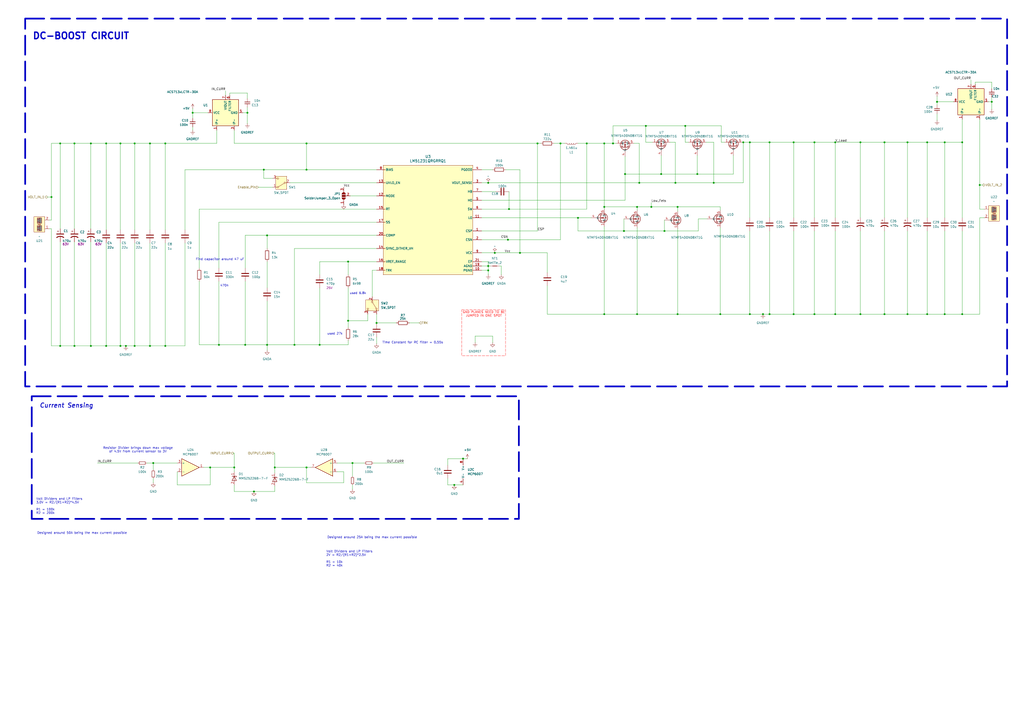
<source format=kicad_sch>
(kicad_sch (version 20250114) (generator "eeschema") (generator_version "9.0")
  (paper "A2")
  (title_block (title "Boost Converter") (rev "V3") (company "EcoCar") (comment 1 "Designed by:  Zeeshan Haque"))
  (rectangle (start 267.843 179.705) (end 293.243 206.375) (stroke (width 0) (type dash) (color 255 0 0 1)))
  (rectangle (start 18.415 229.87) (end 300.99 300.99) (stroke (width 1) (type dash)))
  (rectangle (start 14.605 10.795) (end 584.2 224.155) (stroke (width 1) (type dash)))
  (text "used 27k\n" (at 194.31 193.675 0) (effects (font (size 1.27 1.27))))
  (text "DC-BOOST CIRCUIT\n" (at 46.99 20.955 0) (effects (font (size 3.81 3.81) (thickness 0.762) (bold yes))))
  (text "Resistor Divider brings down max voltage\nof 4.5V from current sensor to 3V" (at 80.01 260.985 0) (effects (font (size 1.27 1.27))))
  (text "470n\n" (at 130.175 165.735 0) (effects (font (size 1.27 1.27))))
  (text "used 6.8k\n" (at 207.645 170.18 0) (effects (font (size 1.27 1.27))))
  (text "Volt Dividers and LP Filters\n3.0V = R2/(R1+R2)*4.5V\n\nR1 = 100k\nR2 = 200k\n" (at 20.955 298.45 0) (effects (font (size 1.27 1.27)) (justify left bottom)))
  (text "Time Constant for RC filter = 0.55s" (at 239.395 198.755 0) (effects (font (size 1.27 1.27))))
  (text "Volt Dividers and LP Filters\n2V = R2/(R1+R2)*2.5V\n\nR1 = 10k\nR2 = 40k\n" (at 189.23 328.93 0) (effects (font (size 1.27 1.27)) (justify left bottom)))
  (text "Current Sensing\n" (at 22.86 236.855 0) (effects (font (size 2.5588 2.5588) (thickness 0.4) (bold yes) (italic yes)) (justify left bottom)))
  (text "GND PLANES NEED TO BE\nJUMPED IN ONE SPOT" (at 280.67 182.245 0) (effects (font (size 1.27 1.27))))
  (text "Designed around 25A being the max current possible" (at 215.9 311.785 0) (effects (font (size 1.27 1.27))))
  (text "Find capacitor around 47 uF" (at 127.635 150.495 0) (effects (font (size 1.27 1.27))))
  (text "Designed around 50A being the max current possible" (at 47.625 309.245 0) (effects (font (size 1.27 1.27))))
  (junction (at 263.525 281.305))
  (junction (at 537.845 182.245))
  (junction (at 434.975 182.245))
  (junction (at 526.415 182.245))
  (junction (at 301.625 146.685))
  (junction (at 558.165 82.55))
  (junction (at 147.32 285.115))
  (junction (at 153.035 98.425))
  (junction (at 335.28 126.365))
  (junction (at 377.825 120.015))
  (junction (at 143.51 65.405))
  (junction (at 61.595 200.66))
  (junction (at 52.705 83.185))
  (junction (at 548.005 182.245))
  (junction (at 383.54 100.965))
  (junction (at 442.595 182.245))
  (junction (at 369.57 120.015))
  (junction (at 170.815 200.025))
  (junction (at 431.165 82.55))
  (junction (at 499.11 182.245))
  (junction (at 295.275 121.285))
  (junction (at 369.57 182.245))
  (junction (at 543.56 59.055))
  (junction (at 537.845 82.55))
  (junction (at 121.92 271.145))
  (junction (at 135.89 271.145))
  (junction (at 446.405 82.55))
  (junction (at 391.795 106.045))
  (junction (at 78.105 83.185))
  (junction (at 201.93 151.765))
  (junction (at 361.95 133.985))
  (junction (at 154.94 136.525))
  (junction (at 95.885 83.185))
  (junction (at 460.375 82.55))
  (junction (at 350.52 83.185))
  (junction (at 355.6 83.185))
  (junction (at 397.51 73.025))
  (junction (at 69.85 83.185))
  (junction (at 417.83 182.245))
  (junction (at 78.105 200.66))
  (junction (at 283.21 154.305))
  (junction (at 61.595 83.185))
  (junction (at 283.21 156.845))
  (junction (at 350.52 182.245))
  (junction (at 43.18 83.185))
  (junction (at 513.08 82.55))
  (junction (at 95.885 200.66))
  (junction (at 484.505 182.245))
  (junction (at 294.64 139.065))
  (junction (at 370.84 106.045))
  (junction (at 86.995 200.66))
  (junction (at 526.415 82.55))
  (junction (at 69.85 200.66))
  (junction (at 325.12 83.185))
  (junction (at 414.02 106.045))
  (junction (at 34.925 83.185))
  (junction (at 86.995 83.185))
  (junction (at 177.8 271.145))
  (junction (at 52.705 200.66))
  (junction (at 568.325 107.315))
  (junction (at 43.18 200.66))
  (junction (at 88.9 268.605))
  (junction (at 513.08 182.245))
  (junction (at 446.405 182.245))
  (junction (at 460.375 182.245))
  (junction (at 311.785 83.185))
  (junction (at 499.11 82.55))
  (junction (at 34.925 200.66))
  (junction (at 177.8 83.185))
  (junction (at 268.605 266.065))
  (junction (at 73.025 200.66))
  (junction (at 558.165 182.245))
  (junction (at 218.44 187.325))
  (junction (at 484.505 82.55))
  (junction (at 142.24 200.025))
  (junction (at 283.21 106.045))
  (junction (at 362.585 100.965))
  (junction (at 548.005 82.55))
  (junction (at 204.47 268.605))
  (junction (at 350.52 120.015))
  (junction (at 575.31 59.055))
  (junction (at 385.445 133.985))
  (junction (at 393.065 182.245))
  (junction (at 111.76 65.405))
  (junction (at 340.36 83.185))
  (junction (at 127 200.025))
  (junction (at 393.065 120.015))
  (junction (at 201.93 186.055))
  (junction (at 159.385 271.145))
  (junction (at 287.02 146.685))
  (junction (at 374.65 73.025))
  (junction (at 404.495 100.965))
  (junction (at 29.845 114.3))
  (junction (at 434.975 82.55))
  (junction (at 185.42 200.025))
  (junction (at 472.44 182.245))
  (junction (at 177.8 98.425))
  (junction (at 472.44 82.55))
  (junction (at 154.94 200.025))
  (wire (pts (xy 472.44 82.55) (xy 472.44 126.365)))
  (wire (pts (xy 417.83 132.08) (xy 417.83 182.245)))
  (wire (pts (xy 204.47 268.605) (xy 204.47 276.225)))
  (wire (pts (xy 340.36 83.185) (xy 340.36 121.285)))
  (wire (pts (xy 170.815 200.025) (xy 185.42 200.025)))
  (wire (pts (xy 69.85 140.97) (xy 69.85 200.66)))
  (wire (pts (xy 460.375 133.985) (xy 460.375 182.245)))
  (wire (pts (xy 537.845 182.245) (xy 537.845 133.985)))
  (wire (pts (xy 185.42 151.765) (xy 201.93 151.765)))
  (wire (pts (xy 350.52 83.185) (xy 355.6 83.185)))
  (wire (pts (xy 201.93 151.765) (xy 218.44 151.765)))
  (wire (pts (xy 283.21 154.305) (xy 284.48 154.305)))
  (wire (pts (xy 397.51 73.025) (xy 418.465 73.025)))
  (wire (pts (xy 153.035 98.425) (xy 177.8 98.425)))
  (wire (pts (xy 393.065 122.555) (xy 393.065 120.015)))
  (wire (pts (xy 568.325 126.365) (xy 568.325 182.245)))
  (wire (pts (xy 350.52 182.245) (xy 369.57 182.245)))
  (wire (pts (xy 204.47 283.845) (xy 204.47 281.305)))
  (wire (pts (xy 418.465 82.55) (xy 418.465 73.025)))
  (wire (pts (xy 434.975 82.55) (xy 434.975 126.365)))
  (wire (pts (xy 170.815 144.145) (xy 170.815 200.025)))
  (wire (pts (xy 472.44 133.985) (xy 472.44 182.245)))
  (wire (pts (xy 142.24 155.575) (xy 142.24 136.525)))
  (wire (pts (xy 537.845 82.55) (xy 548.005 82.55)))
  (wire (pts (xy 237.49 187.325) (xy 243.205 187.325)))
  (wire (pts (xy 325.12 83.185) (xy 327.66 83.185)))
  (wire (pts (xy 115.57 155.575) (xy 115.57 121.285)))
  (wire (pts (xy 102.87 281.305) (xy 121.92 281.305)))
  (wire (pts (xy 575.31 63.5) (xy 575.31 59.055)))
  (wire (pts (xy 259.715 266.065) (xy 268.605 266.065)))
  (wire (pts (xy 201.93 167.005) (xy 201.93 186.055)))
  (wire (pts (xy 543.56 60.96) (xy 543.56 59.055)))
  (wire (pts (xy 317.5 182.245) (xy 350.52 182.245)))
  (wire (pts (xy 154.94 136.525) (xy 154.94 144.145)))
  (wire (pts (xy 383.54 100.965) (xy 362.585 100.965)))
  (wire (pts (xy 218.44 144.145) (xy 170.815 144.145)))
  (wire (pts (xy 355.6 83.185) (xy 357.505 83.185)))
  (wire (pts (xy 135.89 75.565) (xy 135.89 83.185)))
  (wire (pts (xy 29.845 200.66) (xy 34.925 200.66)))
  (wire (pts (xy 279.4 121.285) (xy 295.275 121.285)))
  (wire (pts (xy 218.44 182.245) (xy 218.44 187.325)))
  (wire (pts (xy 414.02 106.045) (xy 431.165 106.045)))
  (wire (pts (xy 215.9 172.085) (xy 215.9 156.845)))
  (wire (pts (xy 404.495 100.965) (xy 425.45 100.965)))
  (wire (pts (xy 484.505 182.245) (xy 499.11 182.245)))
  (wire (pts (xy 143.51 65.405) (xy 143.51 62.23)))
  (wire (pts (xy 52.705 132.715) (xy 52.705 83.185)))
  (wire (pts (xy 86.995 83.185) (xy 95.885 83.185)))
  (wire (pts (xy 293.37 98.425) (xy 301.625 98.425)))
  (wire (pts (xy 460.375 82.55) (xy 460.375 126.365)))
  (wire (pts (xy 369.57 182.245) (xy 393.065 182.245)))
  (wire (pts (xy 543.56 59.055) (xy 553.085 59.055)))
  (wire (pts (xy 95.885 200.66) (xy 107.315 200.66)))
  (wire (pts (xy 513.08 82.55) (xy 526.415 82.55)))
  (wire (pts (xy 499.11 133.985) (xy 499.11 182.245)))
  (wire (pts (xy 397.51 82.55) (xy 397.51 73.025)))
  (wire (pts (xy 86.995 83.185) (xy 86.995 133.35)))
  (wire (pts (xy 159.385 285.115) (xy 147.32 285.115)))
  (wire (pts (xy 34.925 200.66) (xy 43.18 200.66)))
  (wire (pts (xy 28.575 127.635) (xy 29.845 127.635)))
  (wire (pts (xy 393.065 132.715) (xy 393.065 182.245)))
  (wire (pts (xy 350.52 131.445) (xy 350.52 182.245)))
  (wire (pts (xy 377.825 120.015) (xy 369.57 120.015)))
  (wire (pts (xy 377.825 120.015) (xy 393.065 120.015)))
  (wire (pts (xy 185.42 167.005) (xy 185.42 200.025)))
  (wire (pts (xy 153.035 103.505) (xy 153.035 98.425)))
  (wire (pts (xy 121.92 271.145) (xy 135.89 271.145)))
  (wire (pts (xy 56.515 268.605) (xy 80.01 268.605)))
  (wire (pts (xy 279.4 98.425) (xy 285.75 98.425)))
  (wire (pts (xy 135.255 262.89) (xy 135.89 262.89)))
  (wire (pts (xy 88.9 280.035) (xy 88.9 277.495)))
  (wire (pts (xy 434.975 182.245) (xy 442.595 182.245)))
  (wire (pts (xy 143.51 65.405) (xy 140.97 65.405)))
  (wire (pts (xy 78.105 83.185) (xy 86.995 83.185)))
  (wire (pts (xy 135.89 281.305) (xy 135.89 285.115)))
  (wire (pts (xy 393.065 120.015) (xy 417.83 120.015)))
  (wire (pts (xy 34.925 132.715) (xy 34.925 83.185)))
  (wire (pts (xy 484.505 82.55) (xy 499.11 82.55)))
  (wire (pts (xy 29.845 83.185) (xy 29.845 114.3)))
  (wire (pts (xy 393.065 182.245) (xy 417.83 182.245)))
  (wire (pts (xy 568.325 126.365) (xy 570.865 126.365)))
  (wire (pts (xy 431.165 82.55) (xy 431.165 106.045)))
  (wire (pts (xy 177.8 83.185) (xy 311.785 83.185)))
  (wire (pts (xy 159.385 281.94) (xy 159.385 285.115)))
  (wire (pts (xy 111.76 68.58) (xy 111.76 65.405)))
  (wire (pts (xy 43.18 200.66) (xy 52.705 200.66)))
  (wire (pts (xy 135.89 262.89) (xy 135.89 271.145)))
  (wire (pts (xy 201.93 186.055) (xy 201.93 189.865)))
  (wire (pts (xy 460.375 82.55) (xy 472.44 82.55)))
  (wire (pts (xy 135.89 83.185) (xy 177.8 83.185)))
  (wire (pts (xy 287.02 146.685) (xy 301.625 146.685)))
  (wire (pts (xy 499.11 82.55) (xy 499.11 126.365)))
  (wire (pts (xy 199.39 280.035) (xy 177.8 280.035)))
  (wire (pts (xy 133.35 53.975) (xy 143.51 53.975)))
  (wire (pts (xy 61.595 140.97) (xy 61.595 200.66)))
  (wire (pts (xy 374.65 73.025) (xy 397.51 73.025)))
  (wire (pts (xy 290.83 159.385) (xy 290.83 154.305)))
  (wire (pts (xy 275.59 194.945) (xy 275.59 198.755)))
  (wire (pts (xy 311.785 83.185) (xy 313.69 83.185)))
  (wire (pts (xy 311.785 133.985) (xy 279.4 133.985)))
  (wire (pts (xy 142.24 163.195) (xy 142.24 200.025)))
  (wire (pts (xy 143.51 53.975) (xy 143.51 57.15)))
  (wire (pts (xy 78.105 140.97) (xy 78.105 200.66)))
  (wire (pts (xy 391.795 106.045) (xy 414.02 106.045)))
  (wire (pts (xy 484.505 126.365) (xy 484.505 82.55)))
  (wire (pts (xy 130.81 52.705) (xy 130.81 55.245)))
  (wire (pts (xy 34.925 140.335) (xy 34.925 200.66)))
  (wire (pts (xy 575.31 47.625) (xy 575.31 51.435)))
  (wire (pts (xy 279.4 154.305) (xy 283.21 154.305)))
  (wire (pts (xy 374.65 73.025) (xy 355.6 73.025)))
  (wire (pts (xy 143.51 65.405) (xy 143.51 71.755)))
  (wire (pts (xy 295.275 121.285) (xy 340.36 121.285)))
  (wire (pts (xy 154.94 174.625) (xy 154.94 200.025)))
  (wire (pts (xy 431.165 82.55) (xy 434.975 82.55)))
  (wire (pts (xy 335.28 133.985) (xy 361.95 133.985)))
  (wire (pts (xy 125.73 75.565) (xy 125.73 83.185)))
  (wire (pts (xy 295.275 111.125) (xy 295.275 121.285)))
  (wire (pts (xy 127 128.905) (xy 218.44 128.905)))
  (wire (pts (xy 279.4 156.845) (xy 283.21 156.845)))
  (wire (pts (xy 558.165 69.215) (xy 558.165 82.55)))
  (wire (pts (xy 142.24 200.025) (xy 154.94 200.025)))
  (wire (pts (xy 279.4 106.045) (xy 283.21 106.045)))
  (wire (pts (xy 283.21 154.305) (xy 283.21 156.845)))
  (wire (pts (xy 526.415 182.245) (xy 537.845 182.245)))
  (wire (pts (xy 127 163.195) (xy 127 200.025)))
  (wire (pts (xy 28.575 132.715) (xy 29.845 132.715)))
  (wire (pts (xy 107.315 133.35) (xy 107.315 98.425)))
  (wire (pts (xy 405.13 127) (xy 405.13 133.985)))
  (wire (pts (xy 95.885 133.35) (xy 95.885 83.185)))
  (wire (pts (xy 558.165 82.55) (xy 558.165 126.365)))
  (wire (pts (xy 362.585 100.965) (xy 362.585 116.205)))
  (wire (pts (xy 335.28 83.185) (xy 340.36 83.185)))
  (wire (pts (xy 283.21 156.845) (xy 283.21 159.385)))
  (wire (pts (xy 575.31 59.055) (xy 575.31 56.515)))
  (wire (pts (xy 446.405 133.985) (xy 446.405 182.245)))
  (wire (pts (xy 434.975 182.245) (xy 417.83 182.245)))
  (wire (pts (xy 185.42 200.025) (xy 201.93 200.025)))
  (wire (pts (xy 355.6 73.025) (xy 355.6 83.185)))
  (wire (pts (xy 43.18 83.185) (xy 43.18 132.715)))
  (wire (pts (xy 218.44 106.045) (xy 168.275 106.045)))
  (wire (pts (xy 34.925 83.185) (xy 43.18 83.185)))
  (wire (pts (xy 279.4 146.685) (xy 287.02 146.685)))
  (wire (pts (xy 115.57 163.195) (xy 115.57 200.025)))
  (wire (pts (xy 263.525 281.305) (xy 268.605 281.305)))
  (wire (pts (xy 259.715 277.495) (xy 259.715 281.305)))
  (wire (pts (xy 367.665 83.185) (xy 370.84 83.185)))
  (wire (pts (xy 154.94 200.025) (xy 170.815 200.025)))
  (wire (pts (xy 177.8 271.145) (xy 177.8 280.035)))
  (wire (pts (xy 216.535 268.605) (xy 234.315 268.605)))
  (wire (pts (xy 446.405 82.55) (xy 460.375 82.55)))
  (wire (pts (xy 362.585 90.805) (xy 362.585 100.965)))
  (wire (pts (xy 385.445 127.635) (xy 385.445 133.985)))
  (wire (pts (xy 361.95 133.985) (xy 361.95 127)))
  (wire (pts (xy 369.57 120.015) (xy 369.57 121.92)))
  (wire (pts (xy 180.34 271.145) (xy 177.8 271.145)))
  (wire (pts (xy 391.795 82.55) (xy 391.795 106.045)))
  (wire (pts (xy 472.44 82.55) (xy 484.505 82.55)))
  (wire (pts (xy 317.5 146.685) (xy 317.5 158.115)))
  (wire (pts (xy 362.585 116.205) (xy 279.4 116.205)))
  (wire (pts (xy 199.39 273.685) (xy 199.39 280.035)))
  (wire (pts (xy 102.87 273.685) (xy 102.87 281.305)))
  (wire (pts (xy 111.76 73.66) (xy 111.76 75.565)))
  (wire (pts (xy 325.12 83.185) (xy 325.12 139.065)))
  (wire (pts (xy 213.36 182.245) (xy 213.36 186.055)))
  (wire (pts (xy 86.995 200.66) (xy 95.885 200.66)))
  (wire (pts (xy 115.57 121.285) (xy 218.44 121.285)))
  (wire (pts (xy 154.94 200.025) (xy 154.94 203.2)))
  (wire (pts (xy 434.975 82.55) (xy 446.405 82.55)))
  (wire (pts (xy 88.9 268.605) (xy 102.87 268.605)))
  (wire (pts (xy 526.415 82.55) (xy 526.415 126.365)))
  (wire (pts (xy 385.445 133.985) (xy 361.95 133.985)))
  (wire (pts (xy 446.405 182.245) (xy 460.375 182.245)))
  (wire (pts (xy 158.75 262.89) (xy 159.385 262.89)))
  (wire (pts (xy 107.315 140.97) (xy 107.315 200.66)))
  (wire (pts (xy 548.005 82.55) (xy 548.005 126.365)))
  (wire (pts (xy 27.305 114.3) (xy 29.845 114.3)))
  (wire (pts (xy 383.54 100.965) (xy 404.495 100.965)))
  (wire (pts (xy 484.505 133.985) (xy 484.505 182.245)))
  (wire (pts (xy 526.415 82.55) (xy 537.845 82.55)))
  (wire (pts (xy 29.845 83.185) (xy 34.925 83.185)))
  (wire (pts (xy 388.62 82.55) (xy 391.795 82.55)))
  (wire (pts (xy 568.325 107.315) (xy 568.325 121.285)))
  (wire (pts (xy 279.4 139.065) (xy 294.64 139.065)))
  (wire (pts (xy 285.75 194.945) (xy 285.75 198.755)))
  (wire (pts (xy 568.325 121.285) (xy 570.865 121.285)))
  (wire (pts (xy 61.595 200.66) (xy 69.85 200.66)))
  (wire (pts (xy 159.385 271.145) (xy 177.8 271.145)))
  (wire (pts (xy 377.825 117.475) (xy 377.825 120.015)))
  (wire (pts (xy 142.24 136.525) (xy 154.94 136.525)))
  (wire (pts (xy 111.76 65.405) (xy 120.65 65.405)))
  (wire (pts (xy 95.885 83.185) (xy 125.73 83.185)))
  (wire (pts (xy 218.44 187.96) (xy 218.44 187.325)))
  (wire (pts (xy 201.93 159.385) (xy 201.93 151.765)))
  (wire (pts (xy 374.65 82.55) (xy 374.65 73.025)))
  (wire (pts (xy 43.18 140.335) (xy 43.18 200.66)))
  (wire (pts (xy 111.76 65.405) (xy 111.76 62.865)))
  (wire (pts (xy 472.44 182.245) (xy 484.505 182.245)))
  (wire (pts (xy 575.31 59.055) (xy 573.405 59.055)))
  (wire (pts (xy 177.8 98.425) (xy 218.44 98.425)))
  (wire (pts (xy 211.455 268.605) (xy 204.47 268.605)))
  (wire (pts (xy 135.89 285.115) (xy 147.32 285.115)))
  (wire (pts (xy 548.005 182.245) (xy 558.165 182.245)))
  (wire (pts (xy 563.245 46.355) (xy 563.245 48.895)))
  (wire (pts (xy 397.51 82.55) (xy 399.415 82.55)))
  (wire (pts (xy 127 155.575) (xy 127 128.905)))
  (wire (pts (xy 177.8 83.185) (xy 177.8 98.425)))
  (wire (pts (xy 537.845 182.245) (xy 548.005 182.245)))
  (wire (pts (xy 301.625 98.425) (xy 301.625 146.685)))
  (wire (pts (xy 69.85 133.35) (xy 69.85 83.185)))
  (wire (pts (xy 195.58 273.685) (xy 199.39 273.685)))
  (wire (pts (xy 115.57 200.025) (xy 127 200.025)))
  (wire (pts (xy 499.11 182.245) (xy 513.08 182.245)))
  (wire (pts (xy 88.9 268.605) (xy 88.9 272.415)))
  (wire (pts (xy 370.84 83.185) (xy 370.84 106.045)))
  (wire (pts (xy 311.785 133.985) (xy 311.785 83.185)))
  (wire (pts (xy 289.56 154.305) (xy 290.83 154.305)))
  (wire (pts (xy 446.405 82.55) (xy 446.405 126.365)))
  (wire (pts (xy 29.845 132.715) (xy 29.845 200.66)))
  (wire (pts (xy 548.005 82.55) (xy 558.165 82.55)))
  (wire (pts (xy 127 200.025) (xy 142.24 200.025)))
  (wire (pts (xy 159.385 262.89) (xy 159.385 271.145)))
  (wire (pts (xy 95.885 140.97) (xy 95.885 200.66)))
  (wire (pts (xy 158.115 103.505) (xy 153.035 103.505)))
  (wire (pts (xy 301.625 146.685) (xy 317.5 146.685)))
  (wire (pts (xy 321.31 83.185) (xy 325.12 83.185)))
  (wire (pts (xy 430.53 82.55) (xy 431.165 82.55)))
  (wire (pts (xy 61.595 83.185) (xy 69.85 83.185)))
  (wire (pts (xy 370.84 106.045) (xy 391.795 106.045)))
  (wire (pts (xy 369.57 132.08) (xy 369.57 182.245)))
  (wire (pts (xy 218.44 187.325) (xy 229.87 187.325)))
  (wire (pts (xy 121.92 281.305) (xy 121.92 271.145)))
  (wire (pts (xy 460.375 182.245) (xy 472.44 182.245)))
  (wire (pts (xy 158.115 108.585) (xy 149.86 108.585)))
  (wire (pts (xy 283.21 151.765) (xy 283.21 154.305)))
  (wire (pts (xy 154.94 136.525) (xy 218.44 136.525)))
  (wire (pts (xy 215.9 156.845) (xy 218.44 156.845)))
  (wire (pts (xy 195.58 268.605) (xy 204.47 268.605)))
  (wire (pts (xy 159.385 271.145) (xy 159.385 274.32)))
  (wire (pts (xy 335.28 126.365) (xy 335.28 133.985)))
  (wire (pts (xy 417.83 121.92) (xy 417.83 120.015)))
  (wire (pts (xy 52.705 140.335) (xy 52.705 200.66)))
  (wire (pts (xy 203.2 113.665) (xy 218.44 113.665)))
  (wire (pts (xy 69.85 83.185) (xy 78.105 83.185)))
  (wire (pts (xy 418.465 82.55) (xy 420.37 82.55)))
  (wire (pts (xy 513.08 133.985) (xy 513.08 182.245)))
  (wire (pts (xy 69.85 200.66) (xy 73.025 200.66)))
  (wire (pts (xy 317.5 182.245) (xy 317.5 165.735)))
  (wire (pts (xy 294.64 138.43) (xy 294.64 139.065)))
  (wire (pts (xy 565.785 48.895) (xy 565.785 47.625)))
  (wire (pts (xy 133.35 55.245) (xy 133.35 53.975)))
  (wire (pts (xy 568.325 69.215) (xy 568.325 107.315)))
  (wire (pts (xy 43.18 83.185) (xy 52.705 83.185)))
  (wire (pts (xy 268.605 266.065) (xy 271.145 266.065)))
  (wire (pts (xy 107.315 98.425) (xy 153.035 98.425)))
  (wire (pts (xy 78.105 83.185) (xy 78.105 133.35)))
  (wire (pts (xy 499.11 82.55) (xy 513.08 82.55)))
  (wire (pts (xy 409.575 82.55) (xy 414.02 82.55)))
  (wire (pts (xy 259.715 269.875) (xy 259.715 266.065)))
  (wire (pts (xy 350.52 120.015) (xy 369.57 120.015)))
  (wire (pts (xy 135.89 271.145) (xy 135.89 273.685)))
  (wire (pts (xy 86.995 140.97) (xy 86.995 200.66)))
  (wire (pts (xy 279.4 151.765) (xy 283.21 151.765)))
  (wire (pts (xy 565.785 47.625) (xy 575.31 47.625)))
  (wire (pts (xy 52.705 200.66) (xy 61.595 200.66)))
  (wire (pts (xy 374.65 82.55) (xy 378.46 82.55)))
  (wire (pts (xy 543.56 55.88) (xy 543.56 59.055)))
  (wire (pts (xy 279.4 111.125) (xy 287.655 111.125)))
  (wire (pts (xy 201.93 186.055) (xy 213.36 186.055)))
  (wire (pts (xy 185.42 159.385) (xy 185.42 151.765)))
  (wire (pts (xy 383.54 90.17) (xy 383.54 100.965)))
  (wire (pts (xy 404.495 90.17) (xy 404.495 100.965)))
  (wire (pts (xy 526.415 133.985) (xy 526.415 182.245)))
  (wire (pts (xy 335.28 126.365) (xy 342.9 126.365)))
  (wire (pts (xy 218.44 195.58) (xy 218.44 199.39)))
  (wire (pts (xy 118.11 271.145) (xy 121.92 271.145)))
  (wire (pts (xy 513.08 82.55) (xy 513.08 126.365)))
  (wire (pts (xy 548.005 133.985) (xy 548.005 182.245)))
  (wire (pts (xy 543.56 66.04) (xy 543.56 69.85)))
  (wire (pts (xy 259.715 281.305) (xy 263.525 281.305)))
  (wire (pts (xy 350.52 83.185) (xy 350.52 120.015)))
  (wire (pts (xy 29.845 114.3) (xy 29.845 127.635)))
  (wire (pts (xy 61.595 83.185) (xy 61.595 133.35)))
  (wire (pts (xy 350.52 120.015) (xy 350.52 121.285)))
  (wire (pts (xy 410.21 127) (xy 405.13 127)))
  (wire (pts (xy 78.105 200.66) (xy 86.995 200.66)))
  (wire (pts (xy 275.59 194.945) (xy 285.75 194.945)))
  (wire (pts (xy 558.165 133.985) (xy 558.165 182.245)))
  (wire (pts (xy 513.08 182.245) (xy 526.415 182.245)))
  (wire (pts (xy 414.02 82.55) (xy 414.02 106.045)))
  (wire (pts (xy 294.64 139.065) (xy 325.12 139.065)))
  (wire (pts (xy 537.845 126.365) (xy 537.845 82.55)))
  (wire (pts (xy 201.93 200.025) (xy 201.93 197.485)))
  (wire (pts (xy 73.025 200.66) (xy 78.105 200.66)))
  (wire (pts (xy 52.705 83.185) (xy 61.595 83.185)))
  (wire (pts (xy 442.595 182.245) (xy 446.405 182.245)))
  (wire (pts (xy 570.23 107.315) (xy 568.325 107.315)))
  (wire (pts (xy 154.94 151.765) (xy 154.94 167.005)))
  (wire (pts (xy 85.09 268.605) (xy 88.9 268.605)))
  (wire (pts (xy 558.165 182.245) (xy 568.325 182.245)))
  (wire (pts (xy 425.45 90.17) (xy 425.45 100.965)))
  (wire (pts (xy 405.13 133.985) (xy 385.445 133.985)))
  (wire (pts (xy 340.36 83.185) (xy 350.52 83.185)))
  (wire (pts (xy 434.975 133.985) (xy 434.975 182.245)))
  (wire (pts (xy 283.21 106.045) (xy 370.84 106.045)))
  (wire (pts (xy 279.4 126.365) (xy 335.28 126.365)))
  (label "Low_Fets" (at 377.825 117.475 0))
  (label "OUT_CURR" (at 563.245 46.355 180))
  (label "Vcc" (at 292.735 146.685 0))
  (label "CSP" (at 311.785 133.985 0))
  (label "Vcc" (at 199.39 108.585 0))
  (label "IN_CURR" (at 56.515 268.605 0))
  (label "IN_CURR" (at 130.81 52.705 180))
  (label "V_Load" (at 484.505 82.55 0))
  (label "CSN" (at 294.64 138.43 180))
  (label "OUT_CURR" (at 234.315 268.605 180))
  (hierarchical_label "TRK" (shape input) (at 243.205 187.325 0))
  (hierarchical_label "INPUT_CURR" (shape output) (at 135.255 262.89 180))
  (hierarchical_label "VOLT_IN_1" (shape output) (at 27.305 114.3 180))
  (hierarchical_label "Enable_Pin" (shape input) (at 149.86 108.585 180))
  (hierarchical_label "VOLT_IN_2" (shape output) (at 570.23 107.315 0))
  (hierarchical_label "OUTPUT_CURR" (shape output) (at 158.75 262.89 180))
  (symbol (lib_id "Switch:SW_SPDT") (at 215.9 177.165 270) (unit 1)
    (property "Reference" "SW2" (at 220.98 175.8949 90) (effects (justify left)))
    (property "Value" "SW_SPDT" (at 220.98 178.4349 90) (effects (justify left)))
    (property "Footprint" "Connector_PinHeader_2.54mm:PinHeader_1x03_P2.54mm_Vertical" (effects (hide yes)))
    (property "Description" "Switch, single pole double throw" (effects (hide yes)))
  )
  (symbol (lib_id "power:GNDREF") (at 275.59 198.755 0) (unit 1)
    (property "Reference" "#PWR079" (effects (hide yes)))
    (property "Value" "GNDREF" (at 275.59 203.835 0))
    (property "Description" "Power symbol creates a global label with name \"GNDREF\" , reference supply ground" (effects (hide yes)))
  )
  (symbol (lib_id "Device:R") (at 289.56 98.425 90) (unit 1)
    (property "Reference" "R10" (at 289.56 93.345 90))
    (property "Value" "100k" (at 289.56 95.885 90))
    (property "Footprint" "Resistor_SMD:R_0603_1608Metric" (effects (hide yes)))
    (property "Description" "Resistor" (effects (hide yes)))
    (property "DK Part #" "541-100KHTR-ND" (effects (hide yes)))
  )
  (symbol (lib_id "Device:C") (at 69.85 137.16 0) (unit 1)
    (property "Reference" "C5" (at 70.485 140.9701 0) (effects (justify left)))
    (property "Value" "22u" (at 70.485 143.51 0) (effects (justify left)))
    (property "Footprint" "Capacitor_SMD:C_0805_2012Metric" (effects (hide yes)))
    (property "Datasheet" "https://mm.digikey.com/Volume0/opasdata/d220001/medias/docus/2172/S_Series%2CType_V_Rev2018.pdf" (effects (hide yes)))
    (property "Description" "Unpolarized capacitor" (effects (hide yes)))
    (property "DK Part #" "4713-GMC21X5R226M35NTTR-ND" (effects (hide yes)))
  )
  (symbol (lib_name "NTMFS4D0N08XT1G_1") (lib_id "ecocad_lib_symbols:NTMFS4D0N08XT1G") (at 393.065 127.635 0) (unit 1)
    (property "Reference" "U8" (at 396.875 125.0949 0) (effects (justify left)))
    (property "Value" "NTMFS4D0N08XT1G" (at 389.255 137.795 0) (effects (justify left)))
    (property "Footprint" "ecocad_lib_footprints:PowerMosDFNHybrid" (effects (hide yes)))
    (property "Datasheet" "https://www.onsemi.com/download/data-sheet/pdf/ntmfs4d0n08x-d.pdf" (effects (hide yes)))
    (property "Description" "N-Channel 80 V 119A (Tc) 107W (Tc) Surface Mount 5-DFN (5x6) (8-SOFL)" (effects (hide yes)))
    (property "DK#" "488-NTMFS4D0N08XT1GCT-ND" (effects (hide yes)))
  )
  (symbol (lib_id "power:GNDREF") (at 283.21 159.385 0) (unit 1)
    (property "Reference" "#PWR013" (effects (hide yes)))
    (property "Value" "GNDREF" (at 283.21 164.465 0))
    (property "Description" "Power symbol creates a global label with name \"GNDREF\" , reference supply ground" (effects (hide yes)))
  )
  (symbol (lib_name "NTMFS4D0N08XT1G_1") (lib_id "ecocad_lib_symbols:NTMFS4D0N08XT1G") (at 404.495 82.55 270) (mirror x) (unit 1)
    (property "Reference" "U9" (at 403.225 76.835 90) (effects (justify left)))
    (property "Value" "NTMFS4D0N08XT1G" (at 395.2875 79.0574 90) (effects (justify left)))
    (property "Footprint" "ecocad_lib_footprints:PowerMosDFNHybrid" (effects (hide yes)))
    (property "Datasheet" "https://www.onsemi.com/download/data-sheet/pdf/ntmfs4d0n08x-d.pdf" (effects (hide yes)))
    (property "Description" "N-Channel 80 V 119A (Tc) 107W (Tc) Surface Mount 5-DFN (5x6) (8-SOFL)" (effects (hide yes)))
    (property "DK#" "488-NTMFS4D0N08XT1GCT-ND" (effects (hide yes)))
  )
  (symbol (lib_id "power:GNDA") (at 218.44 199.39 0) (unit 1)
    (property "Reference" "#PWR011" (effects (hide yes)))
    (property "Value" "GNDA" (at 218.44 204.47 0))
    (property "Description" "Power symbol creates a global label with name \"GNDA\" , analog ground" (effects (hide yes)))
  )
  (symbol (lib_id "power:GNDA") (at 290.83 159.385 0) (unit 1)
    (property "Reference" "#PWR014" (effects (hide yes)))
    (property "Value" "GNDA" (at 290.83 164.465 0))
    (property "Description" "Power symbol creates a global label with name \"GNDA\" , analog ground" (effects (hide yes)))
  )
  (symbol (lib_id "Device:C") (at 291.465 111.125 270) (unit 1)
    (property "Reference" "C18" (at 285.115 112.395 90) (effects (justify left)))
    (property "Value" "100n" (at 288.925 107.95 90) (effects (justify left)))
    (property "Footprint" "Resistor_SMD:R_0603_1608Metric" (effects (hide yes)))
    (property "Datasheet" "https://search.murata.co.jp/Ceramy/image/img/A01X/G101/ENG/GRM155R71A104KA01-01.pdf" (effects (hide yes)))
    (property "Description" "Unpolarized capacitor" (effects (hide yes)))
    (property "DK Part #" "1276-1005-2-ND" (effects (hide yes)))
  )
  (symbol (lib_id "power:GND") (at 147.32 285.115 0) (unit 1)
    (property "Reference" "#PWR07" (effects (hide yes)))
    (property "Value" "GND" (at 147.32 290.195 0))
    (property "Description" "Power symbol creates a global label with name \"GND\" , ground" (effects (hide yes)))
  )
  (symbol (lib_id "Device:R_Small") (at 204.47 278.765 0) (unit 1)
    (property "Reference" "R8" (at 208.28 278.13 0))
    (property "Value" "200k" (at 208.28 280.67 0))
    (property "Footprint" "Resistor_SMD:R_0603_1608Metric" (effects (hide yes)))
    (property "Datasheet" "YAG4202TR-ND" (effects (hide yes)))
    (property "DK Part#" "YAG4202TR-ND" (effects (hide yes)))
  )
  (symbol (lib_id "Device:NetTie_2") (at 287.02 154.305 0) (unit 1) (in_bom no)
    (property "Reference" "NT1" (at 287.02 149.86 0))
    (property "Value" "NetTie_2" (at 287.02 152.4 0))
    (property "Footprint" "NetTie:NetTie-2_SMD_Pad0.5mm" (effects (hide yes)))
    (property "Description" "Net tie, 2 pins" (effects (hide yes)))
  )
  (symbol (lib_name "NTMFS4D0N08XT1G_1") (lib_id "ecocad_lib_symbols:NTMFS4D0N08XT1G") (at 425.45 82.55 270) (mirror x) (unit 1)
    (property "Reference" "U11" (at 424.18 76.835 90) (effects (justify left)))
    (property "Value" "NTMFS4D0N08XT1G" (at 416.2425 79.0574 90) (effects (justify left)))
    (property "Footprint" "ecocad_lib_footprints:PowerMosDFNHybrid" (effects (hide yes)))
    (property "Datasheet" "https://www.onsemi.com/download/data-sheet/pdf/ntmfs4d0n08x-d.pdf" (effects (hide yes)))
    (property "Description" "N-Channel 80 V 119A (Tc) 107W (Tc) Surface Mount 5-DFN (5x6) (8-SOFL)" (effects (hide yes)))
    (property "DK#" "488-NTMFS4D0N08XT1GCT-ND" (effects (hide yes)))
  )
  (symbol (lib_id "Device:C") (at 317.5 161.925 0) (unit 1)
    (property "Reference" "C19" (at 325.12 160.6549 0) (effects (justify left)))
    (property "Value" "4u7" (at 325.12 163.1949 0) (effects (justify left)))
    (property "Footprint" "Capacitor_SMD:C_0603_1608Metric" (effects (hide yes)))
    (property "Datasheet" "https://product.tdk.com/system/files/dam/doc/product/capacitor/ceramic/mlcc/catalog/mlcc_commercial_general_en.pdf" (effects (hide yes)))
    (property "Description" "Unpolarized capacitor" (effects (hide yes)))
    (property "DK Part #" "1276-1044-2-ND" (effects (hide yes)))
  )
  (symbol (lib_id "ecocad_lib_symbols:MCP6007") (at 271.145 273.685 0) (unit 3)
    (property "Reference" "U2" (at 271.145 272.4149 0) (effects (justify left)))
    (property "Value" "MCP6007" (at 271.145 274.9549 0) (effects (justify left)))
    (property "Footprint" "Package_SO:SOIC-8_3.9x4.9mm_P1.27mm" (effects (hide yes)))
    (property "Datasheet" "https://ww1.microchip.com/downloads/aemDocuments/documents/APID/ProductDocuments/DataSheets/MCP6006-6R-6U-7-9-Data-Sheet-20006411B.pdf" (effects (hide yes)))
    (property "Description" "Dual Operational Amplifiers, DIP-8/SOIC-8/TSSOP-8/VSSOP-8" (effects (hide yes)))
  )
  (symbol (lib_id "Device:C_Polarized_US") (at 43.18 136.525 0) (unit 1)
    (property "Reference" "C2" (at 46.355 134.6199 0) (effects (justify left)))
    (property "Value" "470u" (at 45.085 139.7 0) (effects (justify left)))
    (property "Footprint" "ecocad_lib_footprints:CAP_PAN_10X20_PAN" (effects (hide yes)))
    (property "Description" "63V" (at 46.99 141.605 0))
    (property "Part #" "ECA-1HM471B" (effects (hide yes)))
  )
  (symbol (lib_id "Device:C") (at 95.885 137.16 0) (unit 1)
    (property "Reference" "C8" (at 97.155 141.605 0) (effects (justify left)))
    (property "Value" "1u" (at 97.155 144.145 0) (effects (justify left)))
    (property "Footprint" "Capacitor_SMD:C_0603_1608Metric" (effects (hide yes)))
    (property "Description" "Unpolarized capacitor" (effects (hide yes)))
    (property "DK Part #" "1276-1861-2-ND" (effects (hide yes)))
  )
  (symbol (lib_name "NTMFS4D0N08XT1G_1") (lib_id "ecocad_lib_symbols:NTMFS4D0N08XT1G") (at 362.585 83.185 270) (mirror x) (unit 1)
    (property "Reference" "U5" (at 361.315 75.565 90) (effects (justify left)))
    (property "Value" "NTMFS4D0N08XT1G" (at 354.33 78.74 90) (effects (justify left)))
    (property "Footprint" "ecocad_lib_footprints:PowerMosDFNHybrid" (effects (hide yes)))
    (property "Datasheet" "https://www.onsemi.com/download/data-sheet/pdf/ntmfs4d0n08x-d.pdf" (effects (hide yes)))
    (property "Description" "N-Channel 80 V 119A (Tc) 107W (Tc) Surface Mount 5-DFN (5x6) (8-SOFL)" (effects (hide yes)))
    (property "DK#" "488-NTMFS4D0N08XT1GCT-ND" (effects (hide yes)))
  )
  (symbol (lib_id "power:GNDREF") (at 73.025 200.66 0) (unit 1)
    (property "Reference" "#PWR01" (effects (hide yes)))
    (property "Value" "GNDREF" (at 73.025 205.74 0))
    (property "Description" "Power symbol creates a global label with name \"GNDREF\" , reference supply ground" (effects (hide yes)))
  )
  (symbol (lib_id "ecocad_lib_symbols:MMSZ5226B-7-F") (at 159.385 278.13 270) (unit 1)
    (property "Reference" "D2" (at 161.925 275.5899 90) (effects (justify left)))
    (property "Value" "MMSZ5226B-7-F" (at 161.925 278.1299 90) (effects (justify left)))
    (property "Footprint" "ecocad_lib_footprints:D_SOD_123_M" (effects (hide yes)))
    (property "Datasheet" "https://www.diodes.com/assets/Datasheets/ds18010.pdf" (effects (hide yes)))
    (property "Part#" "C155250" (effects (hide yes)))
  )
  (symbol (lib_id "power:GNDREF") (at 543.56 69.85 0) (unit 1)
    (property "Reference" "#PWR081" (effects (hide yes)))
    (property "Value" "GNDREF" (at 543.56 74.93 0))
    (property "Description" "Power symbol creates a global label with name \"GNDREF\" , reference supply ground" (effects (hide yes)))
  )
  (symbol (lib_id "power:GNDREF") (at 575.31 63.5 0) (unit 1)
    (property "Reference" "#PWR017" (effects (hide yes)))
    (property "Value" "GNDREF" (at 575.31 68.58 0))
    (property "Description" "Power symbol creates a global label with name \"GNDREF\" , reference supply ground" (effects (hide yes)))
  )
  (symbol (lib_id "Device:R_Small") (at 88.9 274.955 0) (mirror y) (unit 1)
    (property "Reference" "R3" (at 92.71 273.685 0))
    (property "Value" "200k" (at 92.71 276.225 0))
    (property "Footprint" "Resistor_SMD:R_0603_1608Metric" (effects (hide yes)))
    (property "Datasheet" "https://datasheet.lcsc.com/lcsc/2206010045_UNI-ROYAL-Uniroyal-Elec-0603WAF2003T5E_C25811.pdf" (effects (hide yes)))
    (property "Part#" "C25811" (effects (hide yes)))
  )
  (symbol (lib_id "Device:C") (at 537.845 130.175 0) (unit 1)
    (property "Reference" "C29" (at 541.02 128.9049 0) (effects (justify left)))
    (property "Value" "10u" (at 541.02 131.4449 0) (effects (justify left)))
    (property "Footprint" "Capacitor_SMD:C_1210_3225Metric" (effects (hide yes)))
    (property "Description" "Unpolarized capacitor" (effects (hide yes)))
  )
  (symbol (lib_id "Device:C") (at 127 159.385 0) (unit 1)
    (property "Reference" "C11" (at 130.81 158.1149 0) (effects (justify left)))
    (property "Value" "330n" (at 130.81 160.6549 0) (effects (justify left)))
    (property "Footprint" "Capacitor_SMD:C_0603_1608Metric" (effects (hide yes)))
    (property "Datasheet" "https://connect.kemet.com:7667/gateway/IntelliData-ComponentDocumentation/1.0/download/datasheet/C0603C334K8RACTU" (effects (hide yes)))
    (property "Description" "Unpolarized capacitor" (effects (hide yes)))
    (property "DK Part #" "399-C0603C334K8RAC7867TR-ND" (effects (hide yes)))
  )
  (symbol (lib_id "Device:C") (at 86.995 137.16 0) (unit 1)
    (property "Reference" "C7" (at 87.63 140.9701 0) (effects (justify left)))
    (property "Value" "22u" (at 87.63 143.51 0) (effects (justify left)))
    (property "Footprint" "Capacitor_SMD:C_0805_2012Metric" (effects (hide yes)))
    (property "Datasheet" "https://mm.digikey.com/Volume0/opasdata/d220001/medias/docus/2172/S_Series%2CType_V_Rev2018.pdf" (effects (hide yes)))
    (property "Description" "Unpolarized capacitor" (effects (hide yes)))
    (property "DK Part #" "4713-GMC21X5R226M35NTTR-ND" (effects (hide yes)))
  )
  (symbol (lib_id "power:PWR_FLAG") (at 287.02 146.685 0) (unit 1)
    (property "Reference" "#FLG02" (effects (hide yes)))
    (property "Value" "~" (at 287.02 142.875 0))
    (property "Description" "Special symbol for telling ERC where power comes from" (effects (hide yes)))
  )
  (symbol (lib_id "power:GNDREF") (at 442.595 182.245 0) (unit 1)
    (property "Reference" "#PWR015" (effects (hide yes)))
    (property "Value" "GNDREF" (at 442.595 187.325 0))
    (property "Description" "Power symbol creates a global label with name \"GNDREF\" , reference supply ground" (effects (hide yes)))
  )
  (symbol (lib_name "NTMFS4D0N08XT1G_1") (lib_id "ecocad_lib_symbols:NTMFS4D0N08XT1G") (at 369.57 127 0) (unit 1)
    (property "Reference" "U6" (at 373.38 124.4599 0) (effects (justify left)))
    (property "Value" "NTMFS4D0N08XT1G" (at 361.315 137.795 0) (effects (justify left)))
    (property "Footprint" "ecocad_lib_footprints:PowerMosDFNHybrid" (effects (hide yes)))
    (property "Datasheet" "https://www.onsemi.com/download/data-sheet/pdf/ntmfs4d0n08x-d.pdf" (effects (hide yes)))
    (property "Description" "N-Channel 80 V 119A (Tc) 107W (Tc) Surface Mount 5-DFN (5x6) (8-SOFL)" (effects (hide yes)))
    (property "DK#" "488-NTMFS4D0N08XT1GCT-ND" (effects (hide yes)))
  )
  (symbol (lib_id "Device:C") (at 107.315 137.16 0) (unit 1)
    (property "Reference" "C9" (at 108.585 140.97 0) (effects (justify left)))
    (property "Value" "1u" (at 108.585 143.51 0) (effects (justify left)))
    (property "Footprint" "Capacitor_SMD:C_0603_1608Metric" (effects (hide yes)))
    (property "Datasheet" "https://connect.kemet.com:7667/gateway/IntelliData-ComponentDocumentation/1.0/download/datasheet/C0603C105K8PACTU" (effects (hide yes)))
    (property "Description" "Unpolarized capacitor" (effects (hide yes)))
    (property "DK Part #" "399-C0603C105K8PAC7867TR-ND" (effects (hide yes)))
    (property "DK Link" "https://www.digikey.ca/en/products/detail/kemet/C0603C105K8PACTU/551584" (effects (hide yes)))
  )
  (symbol (lib_id "power:GNDREF") (at 111.76 75.565 0) (unit 1)
    (property "Reference" "#PWR03" (effects (hide yes)))
    (property "Value" "GNDREF" (at 111.76 80.645 0))
    (property "Description" "Power symbol creates a global label with name \"GNDREF\" , reference supply ground" (effects (hide yes)))
  )
  (symbol (lib_id "Switch:SW_SPDT") (at 163.195 106.045 180) (unit 1)
    (property "Reference" "SW1" (at 169.545 108.585 0))
    (property "Value" "SW_SPDT" (at 163.195 111.76 0))
    (property "Footprint" "Connector_PinHeader_2.54mm:PinHeader_1x03_P2.54mm_Vertical" (effects (hide yes)))
    (property "Description" "Switch, single pole double throw" (effects (hide yes)))
  )
  (symbol (lib_id "ecocad_lib_symbols:LM51231QRGRRQ1") (at 218.44 98.425 0) (unit 1)
    (property "Reference" "U3" (at 248.285 90.805 0) (effects (font (size 1.524 1.524))))
    (property "Value" "LM51231QRGRRQ1" (at 248.285 93.345 0) (effects (font (size 1.524 1.524))))
    (property "Footprint" "ecocad_lib_footprints:RGR0020C-MFG" (effects (hide yes)))
    (property "Datasheet" "https://www.ti.com/lit/ds/symlink/lm51231-q1.pdf" (effects (hide yes)))
  )
  (symbol (lib_id "Device:R") (at 115.57 159.385 0) (unit 1)
    (property "Reference" "R1" (at 118.11 158.1149 0) (effects (justify left)))
    (property "Value" "50k" (at 118.11 160.6549 0) (effects (justify left)))
    (property "Footprint" "Resistor_SMD:R_0603_1608Metric" (effects (hide yes)))
    (property "Description" "Resistor" (effects (hide yes)))
    (property "DK Part #" "541-221KHTR-ND" (effects (hide yes)))
  )
  (symbol (lib_id "Device:C") (at 446.405 130.175 0) (unit 1)
    (property "Reference" "C21" (at 450.215 128.9049 0) (effects (justify left)))
    (property "Value" "100n" (at 450.215 131.4449 0) (effects (justify left)))
    (property "Footprint" "Capacitor_SMD:C_0603_1608Metric" (effects (hide yes)))
    (property "Datasheet" "https://search.murata.co.jp/Ceramy/image/img/A01X/G101/ENG/GRM155R71A104KA01-01.pdf" (effects (hide yes)))
    (property "Description" "Unpolarized capacitor" (effects (hide yes)))
    (property "DK Part #" "1276-6807-2-ND" (effects (hide yes)))
  )
  (symbol (lib_name "NTMFS4D0N08XT1G_1") (lib_id "ecocad_lib_symbols:NTMFS4D0N08XT1G") (at 350.52 126.365 0) (unit 1)
    (property "Reference" "U4" (at 354.33 123.8249 0) (effects (justify left)))
    (property "Value" "NTMFS4D0N08XT1G" (at 340.36 137.795 0) (effects (justify left)))
    (property "Footprint" "ecocad_lib_footprints:PowerMosDFNHybrid" (effects (hide yes)))
    (property "Datasheet" "https://www.onsemi.com/download/data-sheet/pdf/ntmfs4d0n08x-d.pdf" (effects (hide yes)))
    (property "Description" "N-Channel 80 V 119A (Tc) 107W (Tc) Surface Mount 5-DFN (5x6) (8-SOFL)" (effects (hide yes)))
    (property "DK#" "488-NTMFS4D0N08XT1GCT-ND" (effects (hide yes)))
  )
  (symbol (lib_id "power:GND") (at 285.75 198.755 0) (unit 1)
    (property "Reference" "#PWR080" (effects (hide yes)))
    (property "Value" "GND" (at 285.75 203.835 0))
    (property "Description" "Power symbol creates a global label with name \"GND\" , ground" (effects (hide yes)))
  )
  (symbol (lib_id "Device:C_Small") (at 575.31 53.975 180) (unit 1)
    (property "Reference" "C32" (at 579.247 55.88 0) (effects (justify left)))
    (property "Value" "10n" (at 579.882 51.435 0) (effects (justify left)))
    (property "Footprint" "Capacitor_SMD:C_0603_1608Metric" (effects (hide yes)))
    (property "Datasheet" "https://datasheet.lcsc.com/lcsc/2304140030_FH--Guangdong-Fenghua-Advanced-Tech-0603B104K101NT_C88219.pdf" (effects (hide yes)))
    (property "Part#" "C88219" (effects (hide yes)))
  )
  (symbol (lib_id "Device:C") (at 142.24 159.385 0) (unit 1)
    (property "Reference" "C12" (at 146.05 158.1149 0) (effects (justify left)))
    (property "Value" "100p" (at 146.05 160.6549 0) (effects (justify left)))
    (property "Footprint" "Capacitor_SMD:C_0805_2012Metric" (effects (hide yes)))
    (property "Datasheet" "https://connect.kemet.com:7667/gateway/IntelliData-ComponentDocumentation/1.0/download/datasheet/C0805C331J5GACTU" (effects (hide yes)))
    (property "Description" "Unpolarized capacitor" (effects (hide yes)))
    (property "DK Part #" "399-C0805C331J5GAC7800TR-ND" (effects (hide yes)))
  )
  (symbol (lib_id "Device:C_Polarized_US") (at 513.08 130.175 0) (unit 1)
    (property "Reference" "C26" (at 516.255 128.2699 0) (effects (justify left)))
    (property "Value" "470u" (at 516.255 130.8099 0) (effects (justify left)))
    (property "Footprint" "ecocad_lib_footprints:CAP_YX_16X31P5_RUB" (effects (hide yes)))
    (property "Description" "Polarized capacitor, US symbol" (effects (hide yes)))
    (property "Part #" "100ZLH470MEFC16X31.5" (effects (hide yes)))
  )
  (symbol (lib_id "power:+5V") (at 271.145 266.065 0) (unit 1)
    (property "Reference" "#PWR010" (effects (hide yes)))
    (property "Value" "+5V" (at 271.145 260.985 0))
    (property "Description" "Power symbol creates a global label with name \"+5V\"" (effects (hide yes)))
  )
  (symbol (lib_id "Device:C") (at 154.94 170.815 0) (unit 1)
    (property "Reference" "C14" (at 158.75 169.5449 0) (effects (justify left)))
    (property "Value" "15n" (at 158.75 172.0849 0) (effects (justify left)))
    (property "Footprint" "Capacitor_SMD:C_0603_1608Metric" (effects (hide yes)))
    (property "Description" "Unpolarized capacitor" (effects (hide yes)))
    (property "DK Part #" "311-4100-2-ND" (effects (hide yes)))
  )
  (symbol (lib_id "Device:R_Small") (at 82.55 268.605 270) (mirror x) (unit 1)
    (property "Reference" "R2" (at 82.55 271.145 90))
    (property "Value" "100k" (at 82.55 273.685 90))
    (property "Footprint" "Resistor_SMD:R_0603_1608Metric" (effects (hide yes)))
    (property "Datasheet" "https://www.yageo.com/upload/media/product/products/datasheet/rchip/PYu-RC_Group_51_RoHS_L_12.pdf" (effects (hide yes)))
    (property "DK Part#" "311-100KLRTR-ND" (effects (hide yes)))
  )
  (symbol (lib_id "Jumper:SolderJumper_3_Open") (at 199.39 113.665 90) (unit 1) (exclude_from_sim yes) (in_bom no)
    (property "Reference" "JP1" (at 197.485 112.3949 90) (effects (justify left)))
    (property "Value" "SolderJumper_3_Open" (at 197.485 114.9349 90) (effects (justify left)))
    (property "Footprint" "Jumper:SolderJumper-3_P1.3mm_Open_RoundedPad1.0x1.5mm_NumberLabels" (effects (hide yes)))
    (property "Description" "Solder Jumper, 3-pole, open" (effects (hide yes)))
  )
  (symbol (lib_id "Device:C") (at 61.595 137.16 0) (unit 1)
    (property "Reference" "C4" (at 62.23 140.9701 0) (effects (justify left)))
    (property "Value" "22u" (at 62.23 143.51 0) (effects (justify left)))
    (property "Footprint" "Capacitor_SMD:C_0805_2012Metric" (effects (hide yes)))
    (property "Datasheet" "https://mm.digikey.com/Volume0/opasdata/d220001/medias/docus/2172/S_Series%2CType_V_Rev2018.pdf" (effects (hide yes)))
    (property "Description" "Unpolarized capacitor" (effects (hide yes)))
    (property "DK Part #" "4713-GMC21X5R226M35NTTR-ND" (effects (hide yes)))
  )
  (symbol (lib_id "ecocad_lib_symbols:MCP6007") (at 110.49 271.145 0) (unit 1)
    (property "Reference" "U2" (at 110.49 260.985 0))
    (property "Value" "MCP6007" (at 110.49 263.525 0))
    (property "Footprint" "Package_SO:SOIC-8_3.9x4.9mm_P1.27mm" (effects (hide yes)))
    (property "Datasheet" "https://ww1.microchip.com/downloads/aemDocuments/documents/APID/ProductDocuments/DataSheets/MCP6006-6R-6U-7-9-Data-Sheet-20006411B.pdf" (effects (hide yes)))
    (property "Description" "Dual Operational Amplifiers, DIP-8/SOIC-8/TSSOP-8/VSSOP-8" (effects (hide yes)))
  )
  (symbol (lib_id "Device:C_Polarized_US") (at 52.705 136.525 0) (unit 1)
    (property "Reference" "C3" (at 55.88 134.6199 0) (effects (justify left)))
    (property "Value" "470u" (at 54.61 139.7 0) (effects (justify left)))
    (property "Footprint" "ecocad_lib_footprints:CAP_PAN_10X20_PAN" (effects (hide yes)))
    (property "Description" "63V" (at 57.15 141.605 0))
    (property "Part #" "ECA-1HM471B" (effects (hide yes)))
  )
  (symbol (lib_id "Device:C_Small") (at 543.56 63.5 0) (unit 1)
    (property "Reference" "C28" (at 537.21 62.23 0) (effects (justify left)))
    (property "Value" "100n" (at 535.94 64.77 0) (effects (justify left)))
    (property "Footprint" "Capacitor_SMD:C_0603_1608Metric" (effects (hide yes)))
    (property "Datasheet" "https://datasheet.lcsc.com/lcsc/2304140030_FH--Guangdong-Fenghua-Advanced-Tech-0603B104K101NT_C88219.pdf" (effects (hide yes)))
    (property "Part#" "C88219" (effects (hide yes)))
  )
  (symbol (lib_id "Device:R") (at 233.68 187.325 90) (unit 1)
    (property "Reference" "R7" (at 233.68 182.88 90))
    (property "Value" "25k" (at 233.68 184.785 90))
    (property "Footprint" "Resistor_SMD:R_0603_1608Metric" (effects (hide yes)))
    (property "Description" "Resistor" (effects (hide yes)))
    (property "DK Part #" "1712-CPF-A-0805B25KETR-ND" (effects (hide yes)))
  )
  (symbol (lib_id "Device:C") (at 460.375 130.175 0) (unit 1)
    (property "Reference" "C22" (at 464.185 128.9049 0) (effects (justify left)))
    (property "Value" "100n" (at 464.185 131.4449 0) (effects (justify left)))
    (property "Footprint" "Capacitor_SMD:C_0603_1608Metric" (effects (hide yes)))
    (property "Datasheet" "https://search.murata.co.jp/Ceramy/image/img/A01X/G101/ENG/GRM155R71A104KA01-01.pdf" (effects (hide yes)))
    (property "Description" "Unpolarized capacitor" (effects (hide yes)))
    (property "DK Part #" "1276-6807-2-ND" (effects (hide yes)))
  )
  (symbol (lib_id "Device:C_Polarized_US") (at 526.415 130.175 0) (unit 1)
    (property "Reference" "C27" (at 529.59 128.2699 0) (effects (justify left)))
    (property "Value" "470u" (at 529.59 130.8099 0) (effects (justify left)))
    (property "Footprint" "ecocad_lib_footprints:CAP_YX_16X31P5_RUB" (effects (hide yes)))
    (property "Description" "Polarized capacitor, US symbol" (effects (hide yes)))
    (property "Part #" "100ZLH470MEFC16X31.5" (effects (hide yes)))
  )
  (symbol (lib_id "Device:C") (at 185.42 163.195 0) (unit 1)
    (property "Reference" "C15" (at 189.23 161.9249 0) (effects (justify left)))
    (property "Value" "470p" (at 189.23 164.4649 0) (effects (justify left)))
    (property "Footprint" "Capacitor_SMD:C_0603_1608Metric" (effects (hide yes)))
    (property "Datasheet" "https://search.murata.co.jp/Ceramy/image/img/A01X/G101/ENG/GRM1555C1E471JA01-01.pdf" (effects (hide yes)))
    (property "Description" "Unpolarized capacitor" (effects (hide yes)))
    (property "DK Part #" "311-1078-2-ND" (effects (hide yes)))
    (property "Rating" "25V" (at 191.135 167.005 0))
  )
  (symbol (lib_id "Device:C") (at 548.005 130.175 0) (unit 1)
    (property "Reference" "C30" (at 551.18 128.9049 0) (effects (justify left)))
    (property "Value" "10u" (at 551.18 131.4449 0) (effects (justify left)))
    (property "Footprint" "Capacitor_SMD:C_1210_3225Metric" (effects (hide yes)))
    (property "Description" "Unpolarized capacitor" (effects (hide yes)))
  )
  (symbol (lib_id "power:GND") (at 88.9 280.035 0) (unit 1)
    (property "Reference" "#PWR04" (effects (hide yes)))
    (property "Value" "GND" (at 88.9 285.115 0))
    (property "Description" "Power symbol creates a global label with name \"GND\" , ground" (effects (hide yes)))
  )
  (symbol (lib_id "Device:C_Small") (at 111.76 71.12 0) (unit 1)
    (property "Reference" "C10" (at 105.41 69.85 0) (effects (justify left)))
    (property "Value" "100n" (at 104.14 72.39 0) (effects (justify left)))
    (property "Footprint" "Capacitor_SMD:C_0603_1608Metric" (effects (hide yes)))
    (property "Datasheet" "https://datasheet.lcsc.com/lcsc/2304140030_FH--Guangdong-Fenghua-Advanced-Tech-0603B104K101NT_C88219.pdf" (effects (hide yes)))
    (property "Part#" "C88219" (effects (hide yes)))
  )
  (symbol (lib_id "power:GND") (at 204.47 283.845 0) (unit 1)
    (property "Reference" "#PWR012" (effects (hide yes)))
    (property "Value" "GND" (at 204.47 288.925 0))
    (property "Description" "Power symbol creates a global label with name \"GND\" , ground" (effects (hide yes)))
  )
  (symbol (lib_id "power:GNDA") (at 154.94 203.2 0) (unit 1)
    (property "Reference" "#PWR06" (effects (hide yes)))
    (property "Value" "GNDA" (at 154.94 208.28 0))
    (property "Description" "Power symbol creates a global label with name \"GNDA\" , analog ground" (effects (hide yes)))
  )
  (symbol (lib_name "NTMFS4D0N08XT1G_1") (lib_id "ecocad_lib_symbols:NTMFS4D0N08XT1G") (at 417.83 127 0) (unit 1)
    (property "Reference" "U10" (at 421.64 124.4599 0) (effects (justify left)))
    (property "Value" "NTMFS4D0N08XT1G" (at 414.02 137.16 0) (effects (justify left)))
    (property "Footprint" "ecocad_lib_footprints:PowerMosDFNHybrid" (effects (hide yes)))
    (property "Datasheet" "https://www.onsemi.com/download/data-sheet/pdf/ntmfs4d0n08x-d.pdf" (effects (hide yes)))
    (property "Description" "N-Channel 80 V 119A (Tc) 107W (Tc) Surface Mount 5-DFN (5x6) (8-SOFL)" (effects (hide yes)))
    (property "DK#" "488-NTMFS4D0N08XT1GCT-ND" (effects (hide yes)))
  )
  (symbol (lib_id "Device:R") (at 317.5 83.185 90) (unit 1)
    (property "Reference" "R11" (at 317.5 78.105 90))
    (property "Value" "722u" (at 317.5 80.645 90))
    (property "Footprint" "ecocad_lib_footprints:1u5_res_" (effects (hide yes)))
    (property "Datasheet" "https://www.vishay.com/docs/30176/wslp3921-wslp5931.pdf" (effects (hide yes)))
    (property "Description" "Resistor" (effects (hide yes)))
    (property "DK Part #" "Y14840R00150F9R" (effects (hide yes)))
  )
  (symbol (lib_id "Device:C_Polarized_US") (at 34.925 136.525 0) (unit 1)
    (property "Reference" "C1" (at 36.83 133.985 0) (effects (justify left)))
    (property "Value" "470u" (at 36.195 139.7 0) (effects (justify left)))
    (property "Footprint" "ecocad_lib_footprints:CAP_PAN_10X20_PAN" (effects (hide yes)))
    (property "Description" "63V" (at 38.1 141.605 0))
    (property "Part #" "ECA-1HM471B" (effects (hide yes)))
  )
  (symbol (lib_id "Device:C_Small") (at 143.51 59.69 180) (unit 1)
    (property "Reference" "C13" (at 149.86 60.96 0) (effects (justify left)))
    (property "Value" "10n" (at 151.13 58.42 0) (effects (justify left)))
    (property "Footprint" "Capacitor_SMD:C_0603_1608Metric" (effects (hide yes)))
    (property "Datasheet" "https://datasheet.lcsc.com/lcsc/2304140030_FH--Guangdong-Fenghua-Advanced-Tech-0603B104K101NT_C88219.pdf" (effects (hide yes)))
    (property "Part#" "C88219" (effects (hide yes)))
  )
  (symbol (lib_id "ecocad_lib_symbols:MCP6007") (at 187.96 271.145 0) (mirror y) (unit 2)
    (property "Reference" "U2" (at 187.96 260.985 0))
    (property "Value" "MCP6007" (at 187.96 263.525 0))
    (property "Footprint" "Package_SO:SOIC-8_3.9x4.9mm_P1.27mm" (effects (hide yes)))
    (property "Datasheet" "https://ww1.microchip.com/downloads/aemDocuments/documents/APID/ProductDocuments/DataSheets/MCP6006-6R-6U-7-9-Data-Sheet-20006411B.pdf" (effects (hide yes)))
    (property "Description" "Dual Operational Amplifiers, DIP-8/SOIC-8/TSSOP-8/VSSOP-8" (effects (hide yes)))
  )
  (symbol (lib_id "Sensor_Current:ACS713xLCTR-30A") (at 563.245 59.055 90) (unit 1)
    (property "Reference" "U12" (at 552.45 54.61 90) (effects (justify left)))
    (property "Value" "ACS713xLCTR-30A" (at 566.42 41.91 90) (effects (justify left)))
    (property "Footprint" "Package_SO:SOIC-8_3.9x4.9mm_P1.27mm" (effects (hide yes)))
    (property "Datasheet" "http://www.allegromicro.com/~/media/Files/Datasheets/ACS713-Datasheet.ashx?la=en" (effects (hide yes)))
    (property "Description" "30A Unidirectional Hall-Effect Current Sensor, +5.0V supply, 133mV/A, SOIC-8" (effects (hide yes)))
  )
  (symbol (lib_id "Sensor_Current:ACS713xLCTR-30A") (at 130.81 65.405 90) (unit 1)
    (property "Reference" "U1" (at 120.65 60.96 90) (effects (justify left)))
    (property "Value" "ACS713xLCTR-30A" (at 114.935 53.34 90) (effects (justify left)))
    (property "Footprint" "Package_SO:SOIC-8_3.9x4.9mm_P1.27mm" (effects (hide yes)))
    (property "Datasheet" "http://www.allegromicro.com/~/media/Files/Datasheets/ACS713-Datasheet.ashx?la=en" (effects (hide yes)))
    (property "Description" "30A Unidirectional Hall-Effect Current Sensor, +5.0V supply, 133mV/A, SOIC-8" (effects (hide yes)))
  )
  (symbol (lib_id "ecocad_lib_symbols:PowerPole2x1") (at 22.987 130.175 0) (mirror x) (unit 1)
    (property "Reference" "U21" (at 22.86 139.7 0))
    (property "Value" "~" (at 22.86 137.16 0))
    (property "Footprint" "ecocad_lib_footprints:PowerPole15-45BoardEdge2x1" (effects (hide yes)))
  )
  (symbol (lib_id "Device:R") (at 201.93 163.195 0) (unit 1)
    (property "Reference" "R5" (at 204.47 161.9249 0) (effects (justify left)))
    (property "Value" "6k98" (at 204.47 164.4649 0) (effects (justify left)))
    (property "Footprint" "Resistor_SMD:R_0603_1608Metric" (effects (hide yes)))
    (property "Description" "Resistor" (effects (hide yes)))
    (property "DK Part #" "541-6.98KLTR-ND" (effects (hide yes)))
  )
  (symbol (lib_id "Device:C") (at 472.44 130.175 0) (unit 1)
    (property "Reference" "C23" (at 476.25 128.27 0) (effects (justify left)))
    (property "Value" "100n" (at 476.25 130.81 0) (effects (justify left)))
    (property "Footprint" "Capacitor_SMD:C_0603_1608Metric" (effects (hide yes)))
    (property "Datasheet" "https://search.murata.co.jp/Ceramy/image/img/A01X/G101/ENG/GRM155R71A104KA01-01.pdf" (effects (hide yes)))
    (property "Description" "Unpolarized capacitor" (effects (hide yes)))
    (property "DK Part #" "1276-6807-2-ND" (effects (hide yes)))
  )
  (symbol (lib_id "Device:R") (at 201.93 193.675 0) (unit 1)
    (property "Reference" "R6" (at 204.47 192.4049 0) (effects (justify left)))
    (property "Value" "28k" (at 204.47 194.9449 0) (effects (justify left)))
    (property "Footprint" "Resistor_SMD:R_0603_1608Metric" (effects (hide yes)))
    (property "Description" "Resistor" (effects (hide yes)))
    (property "DK Part #" "541-28.0KLTR-ND" (effects (hide yes)))
  )
  (symbol (lib_id "power:+5V") (at 543.56 55.88 0) (unit 1)
    (property "Reference" "#PWR016" (effects (hide yes)))
    (property "Value" "+5V" (at 542.925 50.8 0))
    (property "Description" "Power symbol creates a global label with name \"+5V\"" (effects (hide yes)))
  )
  (symbol (lib_id "Device:R") (at 154.94 147.955 0) (unit 1)
    (property "Reference" "R4" (at 157.48 146.6849 0) (effects (justify left)))
    (property "Value" "13k" (at 157.48 149.2249 0) (effects (justify left)))
    (property "Footprint" "Resistor_SMD:R_0603_1608Metric_Pad0.98x0.95mm_HandSolder" (effects (hide yes)))
    (property "Description" "Resistor" (effects (hide yes)))
    (property "DK Part #" "311-10.0KHRTR-ND" (effects (hide yes)))
  )
  (symbol (lib_id "ecocad_lib_symbols:MMSZ5226B-7-F") (at 135.89 277.495 270) (unit 1)
    (property "Reference" "D1" (at 138.43 274.9549 90) (effects (justify left)))
    (property "Value" "MMSZ5226B-7-F" (at 138.43 277.4949 90) (effects (justify left)))
    (property "Footprint" "ecocad_lib_footprints:D_SOD_123_M" (effects (hide yes)))
    (property "Datasheet" "https://www.diodes.com/assets/Datasheets/ds18010.pdf" (effects (hide yes)))
    (property "Part#" "C155250" (effects (hide yes)))
  )
  (symbol (lib_id "Device:C") (at 558.165 130.175 0) (unit 1)
    (property "Reference" "C31" (at 561.34 128.9049 0) (effects (justify left)))
    (property "Value" "10u" (at 561.34 131.4449 0) (effects (justify left)))
    (property "Footprint" "Capacitor_SMD:C_1210_3225Metric" (effects (hide yes)))
    (property "Description" "Unpolarized capacitor" (effects (hide yes)))
  )
  (symbol (lib_id "ecocad_lib_symbols:PowerPole2x1") (at 576.453 123.825 0) (mirror y) (unit 1)
    (property "Reference" "U22" (at 576.58 114.3 0))
    (property "Value" "~" (at 576.58 116.84 0))
    (property "Footprint" "ecocad_lib_footprints:PowerPole15-45BoardEdge2x1" (effects (hide yes)))
  )
  (symbol (lib_id "Device:C") (at 434.975 130.175 0) (unit 1)
    (property "Reference" "C20" (at 438.785 128.9049 0) (effects (justify left)))
    (property "Value" "100n" (at 438.785 131.4449 0) (effects (justify left)))
    (property "Footprint" "Capacitor_SMD:C_0603_1608Metric" (effects (hide yes)))
    (property "Datasheet" "https://search.murata.co.jp/Ceramy/image/img/A01X/G101/ENG/GRM155R71A104KA01-01.pdf" (effects (hide yes)))
    (property "Description" "Unpolarized capacitor" (effects (hide yes)))
    (property "DK Part #" "1276-6807-2-ND" (effects (hide yes)))
  )
  (symbol (lib_id "Device:C") (at 78.105 137.16 0) (unit 1)
    (property "Reference" "C6" (at 78.74 140.9701 0) (effects (justify left)))
    (property "Value" "22u" (at 78.74 143.51 0) (effects (justify left)))
    (property "Footprint" "Capacitor_SMD:C_0805_2012Metric" (effects (hide yes)))
    (property "Datasheet" "https://mm.digikey.com/Volume0/opasdata/d220001/medias/docus/2172/S_Series%2CType_V_Rev2018.pdf" (effects (hide yes)))
    (property "Description" "Unpolarized capacitor" (effects (hide yes)))
    (property "DK Part #" "4713-GMC21X5R226M35NTTR-ND" (effects (hide yes)))
  )
  (symbol (lib_id "Device:C") (at 259.715 273.685 0) (unit 1)
    (property "Reference" "C16" (at 251.841 272.161 0) (effects (justify left)))
    (property "Value" "0u1" (at 253.111 274.447 0) (effects (justify left)))
    (property "Footprint" "Capacitor_SMD:C_0603_1608Metric" (effects (hide yes)))
    (property "Description" "Unpolarized capacitor" (effects (hide yes)))
  )
  (symbol (lib_id "power:GNDREF") (at 143.51 71.755 0) (unit 1)
    (property "Reference" "#PWR05" (effects (hide yes)))
    (property "Value" "GNDREF" (at 143.51 76.835 0))
    (property "Description" "Power symbol creates a global label with name \"GNDREF\" , reference supply ground" (effects (hide yes)))
  )
  (symbol (lib_id "power:GND") (at 263.525 281.305 0) (unit 1)
    (property "Reference" "#PWR09" (effects (hide yes)))
    (property "Value" "GND" (at 263.525 286.385 0))
    (property "Description" "Power symbol creates a global label with name \"GND\" , ground" (effects (hide yes)))
  )
  (symbol (lib_name "NTMFS4D0N08XT1G_1") (lib_id "ecocad_lib_symbols:NTMFS4D0N08XT1G") (at 383.54 82.55 270) (mirror x) (unit 1)
    (property "Reference" "U7" (at 382.27 76.835 90) (effects (justify left)))
    (property "Value" "NTMFS4D0N08XT1G" (at 374.3325 79.0574 90) (effects (justify left)))
    (property "Footprint" "ecocad_lib_footprints:PowerMosDFNHybrid" (effects (hide yes)))
    (property "Datasheet" "https://www.onsemi.com/download/data-sheet/pdf/ntmfs4d0n08x-d.pdf" (effects (hide yes)))
    (property "Description" "N-Channel 80 V 119A (Tc) 107W (Tc) Surface Mount 5-DFN (5x6) (8-SOFL)" (effects (hide yes)))
    (property "DK#" "488-NTMFS4D0N08XT1GCT-ND" (effects (hide yes)))
  )
  (symbol (lib_id "ecocad_lib_symbols:MPXV1D2213L3R3") (at 331.47 83.185 270) (unit 1)
    (property "Reference" "L1" (at 331.47 88.265 90))
    (property "Value" "1.461u" (at 331.47 85.725 90))
    (property "Footprint" "ecocad_lib_footprints:3u3_induc" (effects (hide yes)))
    (property "Datasheet" "https://www.we-online.com/components/products/datasheet/7443640150B.pdf" (effects (hide yes)))
    (property "Description" "1.8mOhm 54A Inductor" (effects (hide yes)))
  )
  (symbol (lib_id "power:+5V") (at 111.76 62.865 0) (unit 1)
    (property "Reference" "#PWR02" (effects (hide yes)))
    (property "Value" "+5V" (at 107.95 62.865 0))
    (property "Description" "Power symbol creates a global label with name \"+5V\"" (effects (hide yes)))
  )
  (symbol (lib_id "Device:C") (at 484.505 130.175 0) (unit 1)
    (property "Reference" "C24" (at 488.315 128.9049 0) (effects (justify left)))
    (property "Value" "100n" (at 488.315 131.4449 0) (effects (justify left)))
    (property "Footprint" "Capacitor_SMD:C_0603_1608Metric" (effects (hide yes)))
    (property "Datasheet" "https://search.murata.co.jp/Ceramy/image/img/A01X/G101/ENG/GRM155R71A104KA01-01.pdf" (effects (hide yes)))
    (property "Description" "Unpolarized capacitor" (effects (hide yes)))
    (property "DK Part #" "1276-6807-2-ND" (effects (hide yes)))
  )
  (symbol (lib_id "Device:C") (at 218.44 191.77 0) (unit 1)
    (property "Reference" "C17" (at 213.36 194.31 0) (effects (justify left)))
    (property "Value" "22u" (at 213.36 196.85 0) (effects (justify left)))
    (property "Footprint" "Capacitor_SMD:C_0603_1608Metric" (effects (hide yes)))
    (property "Description" "Unpolarized capacitor" (effects (hide yes)))
    (property "DK Part #" "490-7612-2-ND" (effects (hide yes)))
  )
  (symbol (lib_id "power:GNDA") (at 199.39 118.745 0) (unit 1)
    (property "Reference" "#PWR08" (effects (hide yes)))
    (property "Value" "GNDA" (at 205.105 118.745 0))
    (property "Description" "Power symbol creates a global label with name \"GNDA\" , analog ground" (effects (hide yes)))
  )
  (symbol (lib_id "power:PWR_FLAG") (at 283.21 106.045 0) (unit 1)
    (property "Reference" "#FLG01" (effects (hide yes)))
    (property "Value" "~" (at 283.21 102.235 0))
    (property "Description" "Special symbol for telling ERC where power comes from" (effects (hide yes)))
  )
  (symbol (lib_id "Device:R_Small") (at 213.995 268.605 270) (mirror x) (unit 1)
    (property "Reference" "R9" (at 213.995 271.145 90))
    (property "Value" "100k" (at 213.995 273.685 90))
    (property "Footprint" "Resistor_SMD:R_0603_1608Metric" (effects (hide yes)))
    (property "Datasheet" "https://www.yageo.com/upload/media/product/products/datasheet/rchip/PYu-RC_Group_51_RoHS_L_12.pdf" (effects (hide yes)))
    (property "DK Part#" "311-100KLRTR-ND" (effects (hide yes)))
  )
  (symbol (lib_id "Device:C_Polarized_US") (at 499.11 130.175 0) (unit 1)
    (property "Reference" "C25" (at 502.285 128.2699 0) (effects (justify left)))
    (property "Value" "470u" (at 502.285 130.8099 0) (effects (justify left)))
    (property "Footprint" "ecocad_lib_footprints:CAP_YX_16X31P5_RUB" (effects (hide yes)))
    (property "Description" "Polarized capacitor, US symbol" (effects (hide yes)))
    (property "Part #" "100ZLH470MEFC16X31.5" (effects (hide yes)))
  )
)
</source>
